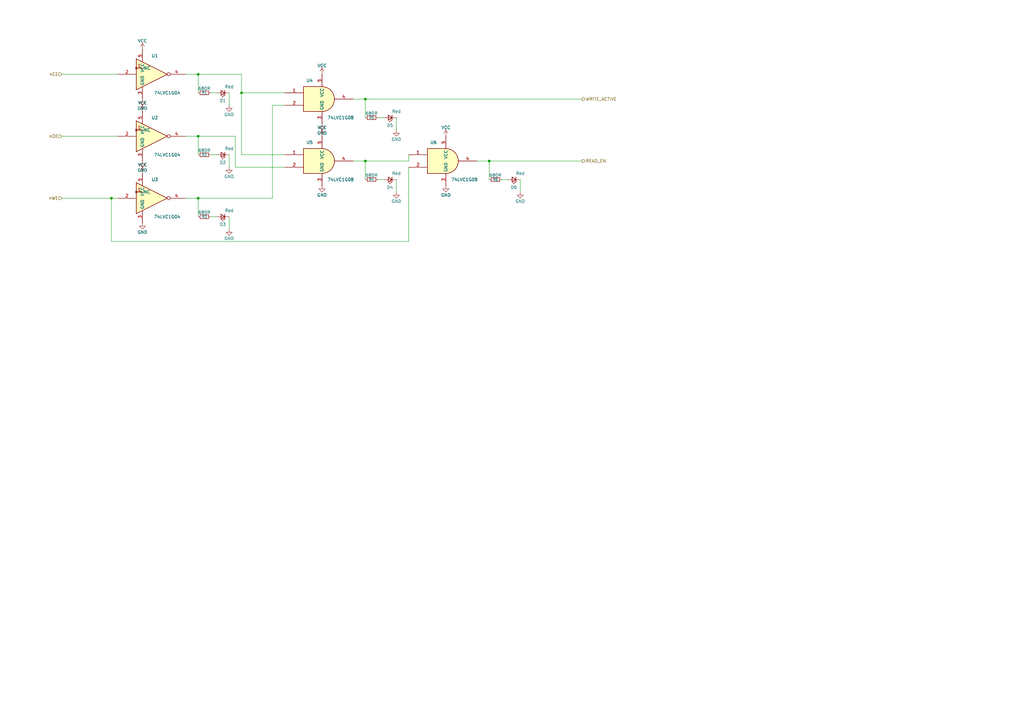
<source format=kicad_sch>
(kicad_sch (version 20250114) (generator eeschema)
  (paper "A3")
  (lib_symbols
    (symbol "74xGxx:74LVC1G04"
      (property "Reference" "U" (at 0 7.62 0))
      (property "Value" "74LVC1G04" (at 5.08 -7.62 0))
      (property "Datasheet" "https://www.ti.com/lit/ds/symlink/sn74lvc1g04.pdf" (at 0 0 0))
      (property "Description" "Single NOT Gate, Low-Voltage CMOS" (at 0 0 0))
      (property "ki_keywords" "Single Gate NOT LVC CMOS" (at 0 0 0))
      (property "ki_fp_filters" "SOT?23* Texas?R-PDSO-G5?DCK* Texas?R-PDSO-N5?DRL* Texas?X2SON*0.8x0.8mm*P0.48mm*" (at 0 0 0))
      (symbol "74LVC1G04_0_1"
        (polyline (pts (xy -7.62 6.35) (xy -7.62 -6.35) (xy 5.08 0) (xy -7.62 6.35)) (stroke (width 0.254)) (fill (type background)))
      )
      (symbol "74LVC1G04_1_1"
        (pin input line (at -15.24 0 0) (length 7.62) (name "~") (number "2"))
        (pin power_in line (at -5.08 10.16 270) (length 5.08) (name "VCC") (number "5"))
        (pin power_in line (at -5.08 -10.16 90) (length 5.08) (name "GND") (number "3"))
        (pin no_connect line (at -7.62 2.54 0) (length 2.54) (name "NC") (number "1"))
        (pin output inverted (at 12.7 0 180) (length 7.62) (name "~") (number "4"))
      )
    )
    (symbol "power:VCC" (power) (pin_numbers hide) (pin_names (offset 0) hide)
      (property "Reference" "#PWR" (at 0 -3.81 0))
      (property "Value" "VCC" (at 0 3.556 0))
      (property "Description" "Power symbol creates a global label with name \"VCC\"" (at 0 0 0))
      (property "ki_keywords" "global power" (at 0 0 0))
      (symbol "VCC_0_1"
        (polyline (pts (xy -0.762 1.27) (xy 0 2.54)))
        (polyline (pts (xy 0 2.54) (xy 0.762 1.27)))
        (polyline (pts (xy 0 0) (xy 0 2.54)))
      )
      (symbol "VCC_1_1"
        (pin power_in line (at 0 0 90) (length 0) (name "~") (number "1"))
      )
    )
    (symbol "power:GND" (power) (pin_numbers hide) (pin_names (offset 0) hide)
      (property "Reference" "#PWR" (at 0 -6.35 0))
      (property "Value" "GND" (at 0 -3.81 0))
      (property "Description" "Power symbol creates a global label with name \"GND\" , ground" (at 0 0 0))
      (property "ki_keywords" "global power" (at 0 0 0))
      (symbol "GND_0_1"
        (polyline (pts (xy 0 0) (xy 0 -1.27) (xy 1.27 -1.27) (xy 0 -2.54) (xy -1.27 -1.27) (xy 0 -1.27)))
      )
      (symbol "GND_1_1"
        (pin power_in line (at 0 0 270) (length 0) (name "~") (number "1"))
      )
    )
    (symbol "74xGxx:74LVC1G08"
      (property "Reference" "U" (at -5.08 7.62 0))
      (property "Value" "74LVC1G08" (at 7.62 -7.62 0))
      (property "Datasheet" "https://www.ti.com/lit/ds/symlink/sn74lvc1g08.pdf" (at 0 0 0))
      (property "Description" "Single AND Gate, Low-Voltage CMOS" (at 0 0 0))
      (property "ki_keywords" "Single Gate AND LVC CMOS" (at 0 0 0))
      (property "ki_fp_filters" "SOT?23* Texas?R-PDSO-G5?DCK* Texas?R-PDSO-N5?DRL* Texas?X2SON*0.8x0.8mm*P0.48mm*" (at 0 0 0))
      (symbol "74LVC1G08_0_1"
        (arc (start 0 5.08) (mid 5.0579 0) (end 0 -5.08) (stroke (width 0.254)) (fill (type background)))
        (polyline (pts (xy 0 -5.08) (xy -7.62 -5.08) (xy -7.62 5.08) (xy 0 5.08)) (stroke (width 0.254)) (fill (type background)))
      )
      (symbol "74LVC1G08_1_1"
        (pin input line (at -15.24 2.54 0) (length 7.62) (name "~") (number "1"))
        (pin input line (at -15.24 -2.54 0) (length 7.62) (name "~") (number "2"))
        (pin power_in line (at 0 10.16 270) (length 5.08) (name "VCC") (number "5"))
        (pin power_in line (at 0 -10.16 90) (length 5.08) (name "GND") (number "3"))
        (pin output line (at 12.7 0 180) (length 7.62) (name "~") (number "4"))
      )
    )
    (symbol "Device:R_Small" (pin_numbers hide) (pin_names (offset 0.254) hide)
      (property "Reference" "R" (at 0 0 90))
      (property "Value" "R_Small" (at 1.778 0 90))
      (property "Datasheet" "~" (at 0 0 0))
      (property "Description" "Resistor, small symbol" (at 0 0 0))
      (property "ki_keywords" "R resistor" (at 0 0 0))
      (property "ki_fp_filters" "R_*" (at 0 0 0))
      (symbol "R_Small_0_1"
        (rectangle (start -0.762 1.778) (end 0.762 -1.778) (stroke (width 0.2032)))
      )
      (symbol "R_Small_1_1"
        (pin passive line (at 0 2.54 270) (length 0.762) (name "~") (number "1"))
        (pin passive line (at 0 -2.54 90) (length 0.762) (name "~") (number "2"))
      )
    )
    (symbol "Device:LED_Small" (pin_numbers hide) (pin_names (offset 0.254) hide)
      (property "Reference" "D" (at -1.27 3.175 0))
      (property "Value" "LED_Small" (at -4.445 -2.54 0))
      (property "Datasheet" "~" (at 0 0 90))
      (property "Description" "Light emitting diode, small symbol" (at 0 0 0))
      (property "Sim.Pins" "1=K 2=A" (at 0 0 0))
      (property "ki_keywords" "LED diode light-emitting-diode" (at 0 0 0))
      (property "ki_fp_filters" "LED* LED_SMD:* LED_THT:*" (at 0 0 0))
      (symbol "LED_Small_0_1"
        (polyline (pts (xy -0.762 -1.016) (xy -0.762 1.016)) (stroke (width 0.254)))
        (polyline (pts (xy 0 0.762) (xy -0.508 1.27) (xy -0.254 1.27) (xy -0.508 1.27) (xy -0.508 1.016)))
        (polyline (pts (xy 0.508 1.27) (xy 0 1.778) (xy 0.254 1.778) (xy 0 1.778) (xy 0 1.524)))
        (polyline (pts (xy 0.762 -1.016) (xy -0.762 0) (xy 0.762 1.016) (xy 0.762 -1.016)) (stroke (width 0.254)))
        (polyline (pts (xy 1.016 0) (xy -0.762 0)))
      )
      (symbol "LED_Small_1_1"
        (pin passive line (at -2.54 0 0) (length 1.778) (name "K") (number "1"))
        (pin passive line (at 2.54 0 180) (length 1.778) (name "A") (number "2"))
      )
    )
  )
  (junction (at 81.28 30.48))
  (junction (at 99.06 38.1))
  (junction (at 81.28 55.88))
  (junction (at 81.28 81.28))
  (junction (at 149.86 66.04))
  (junction (at 45.72 81.28))
  (junction (at 149.86 40.64))
  (junction (at 200.66 66.04))
  (wire (pts (xy 25.4 30.48) (xy 48.26 30.48)) (stroke (width 0.0)))
  (wire (pts (xy 25.4 55.88) (xy 48.26 55.88)) (stroke (width 0.0)))
  (wire (pts (xy 76.2 30.48) (xy 81.28 30.48)) (stroke (width 0.0)))
  (wire (pts (xy 81.28 30.48) (xy 99.06 30.48)) (stroke (width 0.0)))
  (wire (pts (xy 86.36 38.1) (xy 88.9 38.1)) (stroke (width 0.0)))
  (wire (pts (xy 93.98 38.1) (xy 93.98 43.18)) (stroke (width 0.0)))
  (wire (pts (xy 81.28 30.48) (xy 81.28 38.1)) (stroke (width 0.0)))
  (wire (pts (xy 99.06 30.48) (xy 99.06 38.1)) (stroke (width 0.0)))
  (wire (pts (xy 99.06 38.1) (xy 99.06 63.5)) (stroke (width 0.0)))
  (wire (pts (xy 99.06 38.1) (xy 116.84 38.1)) (stroke (width 0.0)))
  (wire (pts (xy 99.06 63.5) (xy 116.84 63.5)) (stroke (width 0.0)))
  (wire (pts (xy 76.2 55.88) (xy 81.28 55.88)) (stroke (width 0.0)))
  (wire (pts (xy 81.28 55.88) (xy 96.52 55.88)) (stroke (width 0.0)))
  (wire (pts (xy 96.52 55.88) (xy 96.52 68.58)) (stroke (width 0.0)))
  (wire (pts (xy 96.52 68.58) (xy 116.84 68.58)) (stroke (width 0.0)))
  (wire (pts (xy 86.36 63.5) (xy 88.9 63.5)) (stroke (width 0.0)))
  (wire (pts (xy 93.98 63.5) (xy 93.98 68.58)) (stroke (width 0.0)))
  (wire (pts (xy 81.28 55.88) (xy 81.28 63.5)) (stroke (width 0.0)))
  (wire (pts (xy 76.2 81.28) (xy 81.28 81.28)) (stroke (width 0.0)))
  (wire (pts (xy 81.28 81.28) (xy 111.76 81.28)) (stroke (width 0.0)))
  (wire (pts (xy 111.76 81.28) (xy 111.76 43.18)) (stroke (width 0.0)))
  (wire (pts (xy 111.76 43.18) (xy 116.84 43.18)) (stroke (width 0.0)))
  (wire (pts (xy 86.36 88.9) (xy 88.9 88.9)) (stroke (width 0.0)))
  (wire (pts (xy 93.98 88.9) (xy 93.98 93.98)) (stroke (width 0.0)))
  (wire (pts (xy 81.28 81.28) (xy 81.28 88.9)) (stroke (width 0.0)))
  (wire (pts (xy 144.78 66.04) (xy 149.86 66.04)) (stroke (width 0.0)))
  (wire (pts (xy 149.86 66.04) (xy 167.64 66.04)) (stroke (width 0.0)))
  (wire (pts (xy 167.64 66.04) (xy 167.64 63.5)) (stroke (width 0.0)))
  (wire (pts (xy 154.94 73.66) (xy 157.48 73.66)) (stroke (width 0.0)))
  (wire (pts (xy 162.56 73.66) (xy 162.56 78.74)) (stroke (width 0.0)))
  (wire (pts (xy 149.86 66.04) (xy 149.86 73.66)) (stroke (width 0.0)))
  (wire (pts (xy 25.4 81.28) (xy 45.72 81.28)) (stroke (width 0.0)))
  (wire (pts (xy 45.72 81.28) (xy 48.26 81.28)) (stroke (width 0.0)))
  (wire (pts (xy 45.72 81.28) (xy 45.72 99.06)) (stroke (width 0.0)))
  (wire (pts (xy 45.72 99.06) (xy 167.64 99.06)) (stroke (width 0.0)))
  (wire (pts (xy 167.64 99.06) (xy 167.64 68.58)) (stroke (width 0.0)))
  (wire (pts (xy 144.78 40.64) (xy 149.86 40.64)) (stroke (width 0.0)))
  (wire (pts (xy 149.86 40.64) (xy 238.76 40.64)) (stroke (width 0.0)))
  (wire (pts (xy 154.94 48.26) (xy 157.48 48.26)) (stroke (width 0.0)))
  (wire (pts (xy 162.56 48.26) (xy 162.56 53.34)) (stroke (width 0.0)))
  (wire (pts (xy 149.86 40.64) (xy 149.86 48.26)) (stroke (width 0.0)))
  (wire (pts (xy 195.58 66.04) (xy 200.66 66.04)) (stroke (width 0.0)))
  (wire (pts (xy 200.66 66.04) (xy 238.76 66.04)) (stroke (width 0.0)))
  (wire (pts (xy 205.74 73.66) (xy 208.28 73.66)) (stroke (width 0.0)))
  (wire (pts (xy 213.36 73.66) (xy 213.36 78.74)) (stroke (width 0.0)))
  (wire (pts (xy 200.66 66.04) (xy 200.66 73.66)) (stroke (width 0.0)))
  (hierarchical_label "nCE" (shape input) (at 25.4 30.48 0))
  (hierarchical_label "nOE" (shape input) (at 25.4 55.88 0))
  (hierarchical_label "nWE" (shape input) (at 25.4 81.28 0))
  (hierarchical_label "WRITE_ACTIVE" (shape output) (at 238.76 40.64 0))
  (hierarchical_label "READ_EN" (shape output) (at 238.76 66.04 0))
  (symbol (lib_id "74xGxx:74LVC1G04") (at 63.5 30.48 0) (unit 1)
    (property "Reference" "U1" (at 63.5 22.86 0))
    (property "Value" "74LVC1G04" (at 68.58 38.1 0))
    (property "Datasheet" "https://www.ti.com/lit/ds/symlink/sn74lvc1g04.pdf" (effects hide))
    (property "Description" "Single NOT Gate, Low-Voltage CMOS" (effects hide))
    (instances (project "ram" (path "" (reference "U1") (unit 1)) (path "" (reference "U12") (unit 1))))
  )
  (symbol (lib_id "power:VCC") (at 58.42 20.32 0) (unit 1)
    (property "Reference" "#PWR1" (effects hide))
    (property "Value" "VCC" (at 58.42 16.76 0))
    (property "Description" "Power symbol creates a global label with name \"VCC\"" (effects hide))
    (instances (project "ram" (path "" (reference "#PWR1") (unit 1)) (path "" (reference "#PWR50") (unit 1))))
  )
  (symbol (lib_id "power:GND") (at 58.42 40.64 0) (unit 1)
    (property "Reference" "#PWR2" (effects hide))
    (property "Value" "GND" (at 58.42 44.45 0))
    (property "Description" "Power symbol creates a global label with name \"GND\" , ground" (effects hide))
    (instances (project "ram" (path "" (reference "#PWR2") (unit 1)) (path "" (reference "#PWR51") (unit 1))))
  )
  (symbol (lib_id "74xGxx:74LVC1G04") (at 63.5 55.88 0) (unit 1)
    (property "Reference" "U2" (at 63.5 48.26 0))
    (property "Value" "74LVC1G04" (at 68.58 63.5 0))
    (property "Datasheet" "https://www.ti.com/lit/ds/symlink/sn74lvc1g04.pdf" (effects hide))
    (property "Description" "Single NOT Gate, Low-Voltage CMOS" (effects hide))
    (instances (project "ram" (path "" (reference "U2") (unit 1)) (path "" (reference "U13") (unit 1))))
  )
  (symbol (lib_id "power:VCC") (at 58.42 45.72 0) (unit 1)
    (property "Reference" "#PWR3" (effects hide))
    (property "Value" "VCC" (at 58.42 42.16 0))
    (property "Description" "Power symbol creates a global label with name \"VCC\"" (effects hide))
    (instances (project "ram" (path "" (reference "#PWR3") (unit 1)) (path "" (reference "#PWR52") (unit 1))))
  )
  (symbol (lib_id "power:GND") (at 58.42 66.04 0) (unit 1)
    (property "Reference" "#PWR4" (effects hide))
    (property "Value" "GND" (at 58.42 69.85 0))
    (property "Description" "Power symbol creates a global label with name \"GND\" , ground" (effects hide))
    (instances (project "ram" (path "" (reference "#PWR4") (unit 1)) (path "" (reference "#PWR53") (unit 1))))
  )
  (symbol (lib_id "74xGxx:74LVC1G04") (at 63.5 81.28 0) (unit 1)
    (property "Reference" "U3" (at 63.5 73.66 0))
    (property "Value" "74LVC1G04" (at 68.58 88.9 0))
    (property "Datasheet" "https://www.ti.com/lit/ds/symlink/sn74lvc1g04.pdf" (effects hide))
    (property "Description" "Single NOT Gate, Low-Voltage CMOS" (effects hide))
    (instances (project "ram" (path "" (reference "U3") (unit 1)) (path "" (reference "U14") (unit 1))))
  )
  (symbol (lib_id "power:VCC") (at 58.42 71.12 0) (unit 1)
    (property "Reference" "#PWR5" (effects hide))
    (property "Value" "VCC" (at 58.42 67.56 0))
    (property "Description" "Power symbol creates a global label with name \"VCC\"" (effects hide))
    (instances (project "ram" (path "" (reference "#PWR5") (unit 1)) (path "" (reference "#PWR54") (unit 1))))
  )
  (symbol (lib_id "power:GND") (at 58.42 91.44 0) (unit 1)
    (property "Reference" "#PWR6" (effects hide))
    (property "Value" "GND" (at 58.42 95.25 0))
    (property "Description" "Power symbol creates a global label with name \"GND\" , ground" (effects hide))
    (instances (project "ram" (path "" (reference "#PWR6") (unit 1)) (path "" (reference "#PWR55") (unit 1))))
  )
  (symbol (lib_id "74xGxx:74LVC1G08") (at 132.08 40.64 0) (unit 1)
    (property "Reference" "U4" (at 127.0 33.02 0))
    (property "Value" "74LVC1G08" (at 139.7 48.26 0))
    (property "Datasheet" "https://www.ti.com/lit/ds/symlink/sn74lvc1g08.pdf" (effects hide))
    (property "Description" "Single AND Gate, Low-Voltage CMOS" (effects hide))
    (instances (project "ram" (path "" (reference "U4") (unit 1)) (path "" (reference "U15") (unit 1))))
  )
  (symbol (lib_id "power:VCC") (at 132.08 30.48 0) (unit 1)
    (property "Reference" "#PWR7" (effects hide))
    (property "Value" "VCC" (at 132.08 26.92 0))
    (property "Description" "Power symbol creates a global label with name \"VCC\"" (effects hide))
    (instances (project "ram" (path "" (reference "#PWR7") (unit 1)) (path "" (reference "#PWR56") (unit 1))))
  )
  (symbol (lib_id "power:GND") (at 132.08 50.8 0) (unit 1)
    (property "Reference" "#PWR8" (effects hide))
    (property "Value" "GND" (at 132.08 54.61 0))
    (property "Description" "Power symbol creates a global label with name \"GND\" , ground" (effects hide))
    (instances (project "ram" (path "" (reference "#PWR8") (unit 1)) (path "" (reference "#PWR57") (unit 1))))
  )
  (symbol (lib_id "74xGxx:74LVC1G08") (at 132.08 66.04 0) (unit 1)
    (property "Reference" "U5" (at 127.0 58.42 0))
    (property "Value" "74LVC1G08" (at 139.7 73.66 0))
    (property "Datasheet" "https://www.ti.com/lit/ds/symlink/sn74lvc1g08.pdf" (effects hide))
    (property "Description" "Single AND Gate, Low-Voltage CMOS" (effects hide))
    (instances (project "ram" (path "" (reference "U5") (unit 1)) (path "" (reference "U16") (unit 1))))
  )
  (symbol (lib_id "power:VCC") (at 132.08 55.88 0) (unit 1)
    (property "Reference" "#PWR9" (effects hide))
    (property "Value" "VCC" (at 132.08 52.32 0))
    (property "Description" "Power symbol creates a global label with name \"VCC\"" (effects hide))
    (instances (project "ram" (path "" (reference "#PWR9") (unit 1)) (path "" (reference "#PWR58") (unit 1))))
  )
  (symbol (lib_id "power:GND") (at 132.08 76.2 0) (unit 1)
    (property "Reference" "#PWR10" (effects hide))
    (property "Value" "GND" (at 132.08 80.01 0))
    (property "Description" "Power symbol creates a global label with name \"GND\" , ground" (effects hide))
    (instances (project "ram" (path "" (reference "#PWR10") (unit 1)) (path "" (reference "#PWR59") (unit 1))))
  )
  (symbol (lib_id "74xGxx:74LVC1G08") (at 182.88 66.04 0) (unit 1)
    (property "Reference" "U6" (at 177.8 58.42 0))
    (property "Value" "74LVC1G08" (at 190.5 73.66 0))
    (property "Datasheet" "https://www.ti.com/lit/ds/symlink/sn74lvc1g08.pdf" (effects hide))
    (property "Description" "Single AND Gate, Low-Voltage CMOS" (effects hide))
    (instances (project "ram" (path "" (reference "U6") (unit 1)) (path "" (reference "U17") (unit 1))))
  )
  (symbol (lib_id "power:VCC") (at 182.88 55.88 0) (unit 1)
    (property "Reference" "#PWR11" (effects hide))
    (property "Value" "VCC" (at 182.88 52.32 0))
    (property "Description" "Power symbol creates a global label with name \"VCC\"" (effects hide))
    (instances (project "ram" (path "" (reference "#PWR11") (unit 1)) (path "" (reference "#PWR60") (unit 1))))
  )
  (symbol (lib_id "power:GND") (at 182.88 76.2 0) (unit 1)
    (property "Reference" "#PWR12" (effects hide))
    (property "Value" "GND" (at 182.88 80.01 0))
    (property "Description" "Power symbol creates a global label with name \"GND\" , ground" (effects hide))
    (instances (project "ram" (path "" (reference "#PWR12") (unit 1)) (path "" (reference "#PWR61") (unit 1))))
  )
  (symbol (lib_id "Device:R_Small") (at 83.82 38.1 90) (unit 1)
    (property "Reference" "R1" (at 83.82 38.1 90) (effects (font (size 1.016 1.016))))
    (property "Value" "680R" (at 83.82 36.32 90))
    (property "Description" "Resistor, small symbol" (effects hide))
    (instances (project "ram" (path "" (reference "R1") (unit 1)) (path "" (reference "R26") (unit 1))))
  )
  (symbol (lib_id "Device:LED_Small") (at 91.44 38.1 180) (unit 1)
    (property "Reference" "D1" (at 92.71 41.27 0) (effects (justify left)))
    (property "Value" "Red" (at 95.89 35.56 0) (effects (justify left)))
    (property "Description" "Light emitting diode, small symbol" (effects hide))
    (property "Sim.Pins" "1=K 2=A" (effects hide))
    (instances (project "ram" (path "" (reference "D1") (unit 1)) (path "" (reference "D26") (unit 1))))
  )
  (symbol (lib_id "power:GND") (at 93.98 43.18 0) (unit 1)
    (property "Reference" "#PWR13" (effects hide))
    (property "Value" "GND" (at 93.98 46.99 0))
    (property "Description" "Power symbol creates a global label with name \"GND\" , ground" (effects hide))
    (instances (project "ram" (path "" (reference "#PWR13") (unit 1)) (path "" (reference "#PWR62") (unit 1))))
  )
  (symbol (lib_id "Device:R_Small") (at 83.82 63.5 90) (unit 1)
    (property "Reference" "R2" (at 83.82 63.5 90) (effects (font (size 1.016 1.016))))
    (property "Value" "680R" (at 83.82 61.72 90))
    (property "Description" "Resistor, small symbol" (effects hide))
    (instances (project "ram" (path "" (reference "R2") (unit 1)) (path "" (reference "R27") (unit 1))))
  )
  (symbol (lib_id "Device:LED_Small") (at 91.44 63.5 180) (unit 1)
    (property "Reference" "D2" (at 92.71 66.67 0) (effects (justify left)))
    (property "Value" "Red" (at 95.89 60.96 0) (effects (justify left)))
    (property "Description" "Light emitting diode, small symbol" (effects hide))
    (property "Sim.Pins" "1=K 2=A" (effects hide))
    (instances (project "ram" (path "" (reference "D2") (unit 1)) (path "" (reference "D27") (unit 1))))
  )
  (symbol (lib_id "power:GND") (at 93.98 68.58 0) (unit 1)
    (property "Reference" "#PWR14" (effects hide))
    (property "Value" "GND" (at 93.98 72.39 0))
    (property "Description" "Power symbol creates a global label with name \"GND\" , ground" (effects hide))
    (instances (project "ram" (path "" (reference "#PWR14") (unit 1)) (path "" (reference "#PWR63") (unit 1))))
  )
  (symbol (lib_id "Device:R_Small") (at 83.82 88.9 90) (unit 1)
    (property "Reference" "R3" (at 83.82 88.9 90) (effects (font (size 1.016 1.016))))
    (property "Value" "680R" (at 83.82 87.12 90))
    (property "Description" "Resistor, small symbol" (effects hide))
    (instances (project "ram" (path "" (reference "R3") (unit 1)) (path "" (reference "R28") (unit 1))))
  )
  (symbol (lib_id "Device:LED_Small") (at 91.44 88.9 180) (unit 1)
    (property "Reference" "D3" (at 92.71 92.07 0) (effects (justify left)))
    (property "Value" "Red" (at 95.89 86.36 0) (effects (justify left)))
    (property "Description" "Light emitting diode, small symbol" (effects hide))
    (property "Sim.Pins" "1=K 2=A" (effects hide))
    (instances (project "ram" (path "" (reference "D3") (unit 1)) (path "" (reference "D28") (unit 1))))
  )
  (symbol (lib_id "power:GND") (at 93.98 93.98 0) (unit 1)
    (property "Reference" "#PWR15" (effects hide))
    (property "Value" "GND" (at 93.98 97.79 0))
    (property "Description" "Power symbol creates a global label with name \"GND\" , ground" (effects hide))
    (instances (project "ram" (path "" (reference "#PWR15") (unit 1)) (path "" (reference "#PWR64") (unit 1))))
  )
  (symbol (lib_id "Device:R_Small") (at 152.4 73.66 90) (unit 1)
    (property "Reference" "R4" (at 152.4 73.66 90) (effects (font (size 1.016 1.016))))
    (property "Value" "680R" (at 152.4 71.88 90))
    (property "Description" "Resistor, small symbol" (effects hide))
    (instances (project "ram" (path "" (reference "R4") (unit 1)) (path "" (reference "R29") (unit 1))))
  )
  (symbol (lib_id "Device:LED_Small") (at 160.02 73.66 180) (unit 1)
    (property "Reference" "D4" (at 161.29 76.83 0) (effects (justify left)))
    (property "Value" "Red" (at 164.47 71.12 0) (effects (justify left)))
    (property "Description" "Light emitting diode, small symbol" (effects hide))
    (property "Sim.Pins" "1=K 2=A" (effects hide))
    (instances (project "ram" (path "" (reference "D4") (unit 1)) (path "" (reference "D29") (unit 1))))
  )
  (symbol (lib_id "power:GND") (at 162.56 78.74 0) (unit 1)
    (property "Reference" "#PWR16" (effects hide))
    (property "Value" "GND" (at 162.56 82.55 0))
    (property "Description" "Power symbol creates a global label with name \"GND\" , ground" (effects hide))
    (instances (project "ram" (path "" (reference "#PWR16") (unit 1)) (path "" (reference "#PWR65") (unit 1))))
  )
  (symbol (lib_id "Device:R_Small") (at 152.4 48.26 90) (unit 1)
    (property "Reference" "R5" (at 152.4 48.26 90) (effects (font (size 1.016 1.016))))
    (property "Value" "680R" (at 152.4 46.48 90))
    (property "Description" "Resistor, small symbol" (effects hide))
    (instances (project "ram" (path "" (reference "R5") (unit 1)) (path "" (reference "R30") (unit 1))))
  )
  (symbol (lib_id "Device:LED_Small") (at 160.02 48.26 180) (unit 1)
    (property "Reference" "D5" (at 161.29 51.43 0) (effects (justify left)))
    (property "Value" "Red" (at 164.47 45.72 0) (effects (justify left)))
    (property "Description" "Light emitting diode, small symbol" (effects hide))
    (property "Sim.Pins" "1=K 2=A" (effects hide))
    (instances (project "ram" (path "" (reference "D5") (unit 1)) (path "" (reference "D30") (unit 1))))
  )
  (symbol (lib_id "power:GND") (at 162.56 53.34 0) (unit 1)
    (property "Reference" "#PWR17" (effects hide))
    (property "Value" "GND" (at 162.56 57.15 0))
    (property "Description" "Power symbol creates a global label with name \"GND\" , ground" (effects hide))
    (instances (project "ram" (path "" (reference "#PWR17") (unit 1)) (path "" (reference "#PWR66") (unit 1))))
  )
  (symbol (lib_id "Device:R_Small") (at 203.2 73.66 90) (unit 1)
    (property "Reference" "R6" (at 203.2 73.66 90) (effects (font (size 1.016 1.016))))
    (property "Value" "680R" (at 203.2 71.88 90))
    (property "Description" "Resistor, small symbol" (effects hide))
    (instances (project "ram" (path "" (reference "R6") (unit 1)) (path "" (reference "R31") (unit 1))))
  )
  (symbol (lib_id "Device:LED_Small") (at 210.82 73.66 180) (unit 1)
    (property "Reference" "D6" (at 212.09 76.83 0) (effects (justify left)))
    (property "Value" "Red" (at 215.27 71.12 0) (effects (justify left)))
    (property "Description" "Light emitting diode, small symbol" (effects hide))
    (property "Sim.Pins" "1=K 2=A" (effects hide))
    (instances (project "ram" (path "" (reference "D6") (unit 1)) (path "" (reference "D31") (unit 1))))
  )
  (symbol (lib_id "power:GND") (at 213.36 78.74 0) (unit 1)
    (property "Reference" "#PWR18" (effects hide))
    (property "Value" "GND" (at 213.36 82.55 0))
    (property "Description" "Power symbol creates a global label with name \"GND\" , ground" (effects hide))
    (instances (project "ram" (path "" (reference "#PWR18") (unit 1)) (path "" (reference "#PWR67") (unit 1))))
  )
)
</source>
